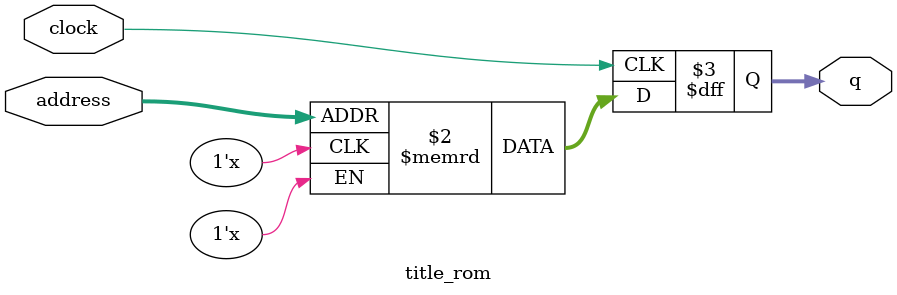
<source format=sv>
module title_rom (
	input logic clock,
	input logic [16:0] address,
	output logic [2:0] q
);

logic [2:0] memory [0:76799] /* synthesis ram_init_file = "./title/title.COE" */;

always_ff @ (posedge clock) begin
	q <= memory[address];
end

endmodule

</source>
